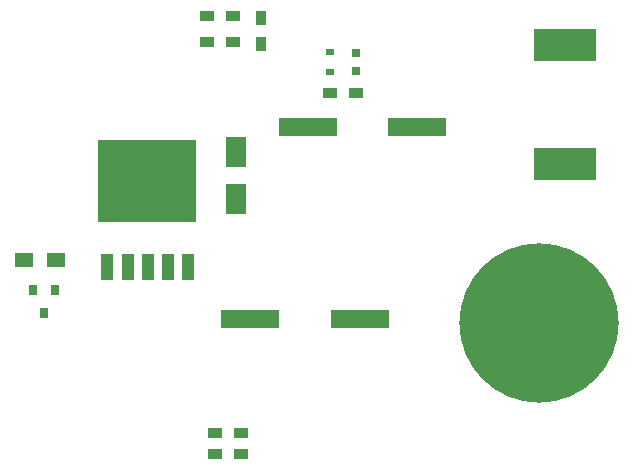
<source format=gbr>
G04 #@! TF.FileFunction,Paste,Top*
%FSLAX46Y46*%
G04 Gerber Fmt 4.6, Leading zero omitted, Abs format (unit mm)*
G04 Created by KiCad (PCBNEW 4.0.6+dfsg1-1) date Sun Aug 13 23:01:47 2017*
%MOMM*%
%LPD*%
G01*
G04 APERTURE LIST*
%ADD10C,0.100000*%
%ADD11R,5.000000X1.500000*%
%ADD12R,0.800000X0.900000*%
%ADD13R,1.070000X2.160000*%
%ADD14R,8.330000X6.990000*%
%ADD15R,1.800000X2.500000*%
%ADD16R,1.200000X0.900000*%
%ADD17R,1.500000X1.300000*%
%ADD18R,0.900000X1.200000*%
%ADD19R,5.300000X2.800000*%
%ADD20C,13.500000*%
%ADD21R,0.800000X0.600000*%
%ADD22R,0.750000X0.800000*%
G04 APERTURE END LIST*
D10*
D11*
X124968000Y-110744000D03*
X115718000Y-110744000D03*
D12*
X99200000Y-108225000D03*
X97300000Y-108225000D03*
X98250000Y-110225000D03*
D13*
X110420000Y-106340000D03*
X108720000Y-106340000D03*
X105320000Y-106340000D03*
X107020000Y-106340000D03*
X103620000Y-106340000D03*
D14*
X106970000Y-99040000D03*
D11*
X120560000Y-94490000D03*
X129810000Y-94490000D03*
D15*
X114500000Y-100530000D03*
X114500000Y-96530000D03*
D16*
X114892000Y-122174000D03*
X112692000Y-122174000D03*
X114892000Y-120396000D03*
X112692000Y-120396000D03*
D17*
X96550000Y-105725000D03*
X99250000Y-105725000D03*
D16*
X112057000Y-87249000D03*
X114257000Y-87249000D03*
X112057000Y-85090000D03*
X114257000Y-85090000D03*
D18*
X116586000Y-85260000D03*
X116586000Y-87460000D03*
D19*
X142350000Y-87510000D03*
X142350000Y-97610000D03*
D20*
X140175000Y-111075000D03*
D21*
X122478800Y-89814400D03*
X122478800Y-88114400D03*
D16*
X122496400Y-91592400D03*
X124696400Y-91592400D03*
D22*
X124663200Y-88212800D03*
X124663200Y-89712800D03*
M02*

</source>
